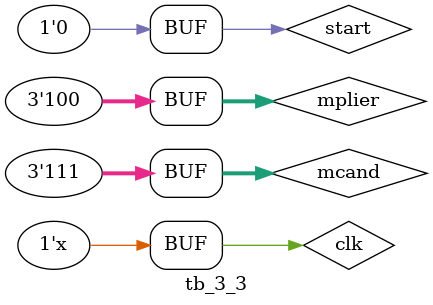
<source format=v>
`timescale 1ns / 1ps


module tb_3_3();
    reg clk, start, reset_b;
    reg [2:0] mcand;
    reg [2:0] mplier;
    wire done;
    wire [5:0] product;

   
    Multiplier_3_3 DUT(.done(done), .clock(clk), .Product(product), .Multiplicand(mcand),
                    .Multiplier(mplier), .Start(start), .reset_b(reset_b));

    initial begin
        clk=0; start=0; mcand=3'b111; mplier = 3'b101;
        #30 start = 1;
        #10 start= 0;
        #100 start=1; mcand = 3'b100; mplier = 3'b001;
        #10 start=0;
        #100 start=1; mcand = 3'b111; mplier = 3'b100;
        #10 start=0;
        end
    always #5 clk=~clk;
endmodule

</source>
